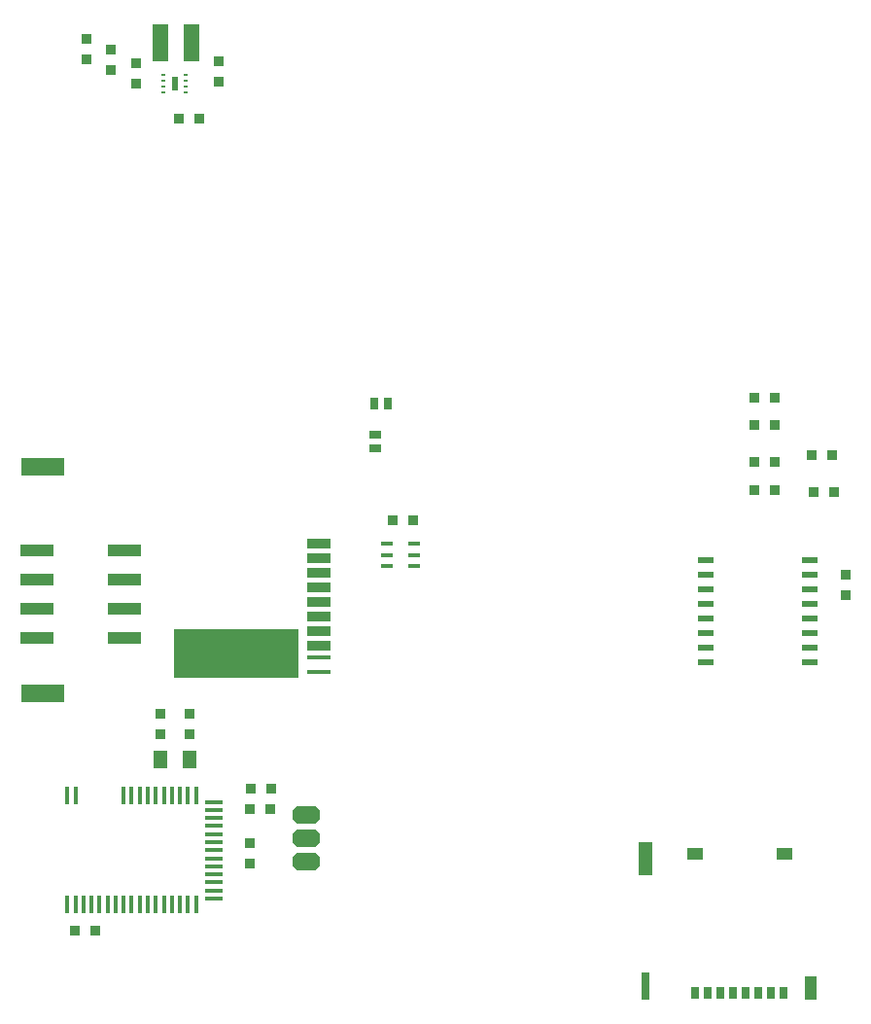
<source format=gbr>
%FSLAX35Y35*%
%MOIN*%
G04 EasyPC Gerber Version 18.0.9 Build 3640 *
%ADD101R,0.01369X0.06093*%
%AMT107*0 Chamfered Rectangle Pad at angle 90*4,1,8,0.04818,-0.01253,0.04818,0.01253,0.03024,0.03046,-0.03024,0.03046,-0.04818,0.01253,-0.04818,-0.01253,-0.03024,-0.03046,0.03024,-0.03046,0.04818,-0.01253,0*%
%ADD107T107*%
%ADD104R,0.01447X0.00502*%
%ADD102R,0.06093X0.01369*%
%ADD88R,0.08455X0.01369*%
%ADD92R,0.04124X0.01762*%
%ADD93R,0.05384X0.01959*%
%ADD105R,0.02156X0.04518*%
%ADD108R,0.02550X0.04124*%
%ADD94R,0.02550X0.04282*%
%ADD109R,0.04124X0.02550*%
%ADD95R,0.03140X0.09243*%
%ADD99R,0.03337X0.03691*%
%ADD100R,0.03691X0.03337*%
%ADD87R,0.08455X0.03337*%
%ADD97R,0.05306X0.03928*%
%ADD98R,0.03928X0.08061*%
%ADD90R,0.11211X0.04124*%
%ADD96R,0.04518X0.11369*%
%ADD103R,0.04912X0.06290*%
%ADD106R,0.05306X0.12786*%
%ADD91R,0.15148X0.06093*%
%ADD89R,0.42707X0.16723*%
X0Y0D02*
D02*
D87*
X134185Y140914D03*
Y145914D03*
Y150914D03*
Y155914D03*
Y160914D03*
Y165914D03*
Y170914D03*
Y175914D03*
D02*
D88*
Y131859D03*
Y136977D03*
D02*
D89*
X106035Y138355D03*
D02*
D90*
X37728Y143664D03*
Y153664D03*
Y163664D03*
Y173664D03*
X67728Y143664D03*
Y153664D03*
Y163664D03*
Y173664D03*
D02*
D91*
X39697Y124648D03*
Y202207D03*
D02*
D92*
X157786Y168385D03*
Y172125D03*
Y175865D03*
X167036Y168385D03*
Y172125D03*
Y175865D03*
D02*
D93*
X266948Y135280D03*
Y140280D03*
Y145280D03*
Y150280D03*
Y155280D03*
Y160280D03*
Y165280D03*
Y170280D03*
X302696Y135280D03*
Y140280D03*
Y145280D03*
Y150280D03*
Y155280D03*
Y160280D03*
Y165280D03*
Y170280D03*
D02*
D94*
X263461Y21826D03*
X267792D03*
X272123D03*
X276454D03*
X280784D03*
X285115D03*
X289446D03*
X293776D03*
D02*
D95*
X246355Y24307D03*
D02*
D96*
Y68086D03*
D02*
D97*
X263304Y69563D03*
X293934D03*
D02*
D98*
X303009Y23716D03*
D02*
D99*
X54685Y341852D03*
Y348852D03*
X63047Y338482D03*
Y345482D03*
X71659Y333615D03*
Y340615D03*
X80145Y110591D03*
Y117591D03*
X90005Y110716D03*
Y117716D03*
X99864Y334239D03*
Y341239D03*
X110597Y66411D03*
Y73411D03*
X315025Y158391D03*
Y165391D03*
D02*
D100*
X50811Y43203D03*
X57811D03*
X86380Y321514D03*
X93380D03*
X110717Y84887D03*
X110841Y92126D03*
X117717Y84887D03*
X117841Y92126D03*
X159764Y183856D03*
X166764D03*
X283569Y194465D03*
Y203950D03*
Y216804D03*
X283694Y225915D03*
X290569Y194465D03*
Y203950D03*
Y216804D03*
X290694Y225915D03*
X303288Y206446D03*
X303912Y193591D03*
X310288Y206446D03*
X310912Y193591D03*
D02*
D101*
X48124Y52190D03*
Y89592D03*
X50880Y52190D03*
Y89592D03*
X53636Y52190D03*
X56392D03*
X59148D03*
X61904D03*
X64659D03*
X67415D03*
Y89592D03*
X70171Y52190D03*
Y89592D03*
X72927Y52190D03*
Y89592D03*
X75683Y52190D03*
Y89592D03*
X78439Y52190D03*
Y89592D03*
X81195Y52190D03*
Y89592D03*
X83951Y52190D03*
Y89592D03*
X86707Y52190D03*
Y89592D03*
X89463Y52190D03*
Y89592D03*
X92219Y52190D03*
Y89592D03*
D02*
D102*
X98321Y54356D03*
Y57111D03*
Y59867D03*
Y62623D03*
Y65379D03*
Y68135D03*
Y70891D03*
Y73647D03*
Y76403D03*
Y79159D03*
Y81915D03*
Y84670D03*
Y87426D03*
D02*
D103*
X80091Y101861D03*
X89934D03*
D02*
D104*
X81152Y330792D03*
Y332761D03*
Y334729D03*
Y336698D03*
X88632Y330792D03*
Y332761D03*
Y334729D03*
Y336698D03*
D02*
D105*
X84892Y333745D03*
D02*
D106*
X79849Y347723D03*
X90676D03*
D02*
D107*
X129942Y67028D03*
Y75028D03*
Y83028D03*
D02*
D108*
X153289Y223918D03*
X158013D03*
D02*
D109*
X153530Y208701D03*
Y213426D03*
X0Y0D02*
M02*

</source>
